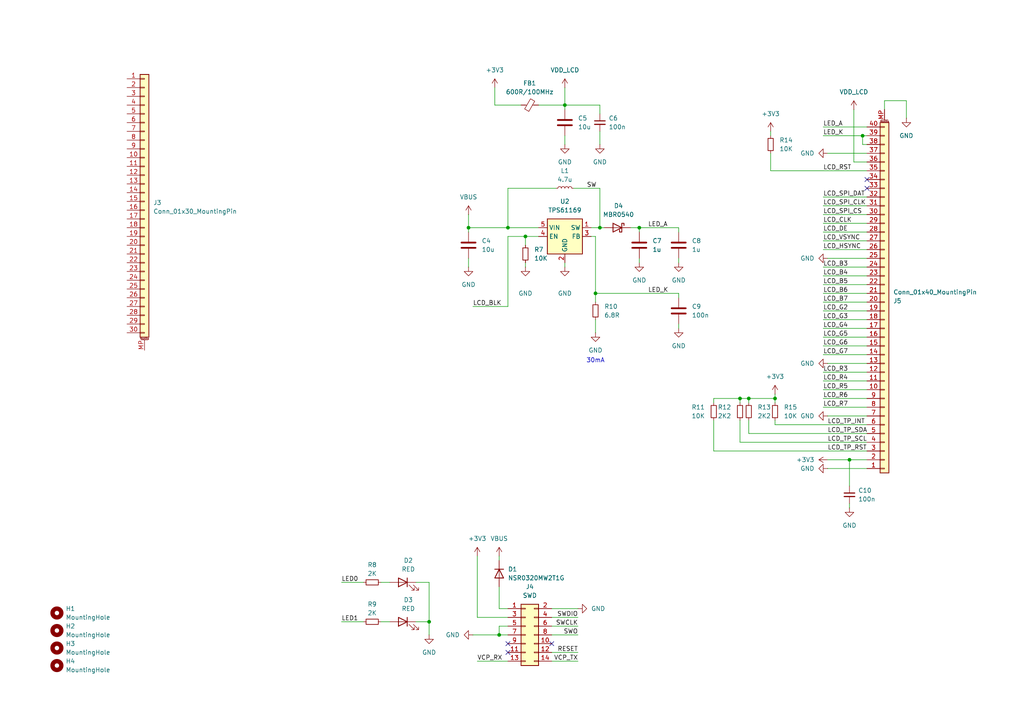
<source format=kicad_sch>
(kicad_sch (version 20231120) (generator "eeschema") (generator_version "8.0")
  (paper "A4")
  (junction (at 147.32 66.04))
  (junction (at -72.39 199.39))
  (junction (at 135.89 66.04))
  (junction (at 217.17 115.57))
  (junction (at 250.19 39.37))
  (junction (at 185.42 66.04))
  (junction (at -76.2 87.63))
  (junction (at 163.83 30.48))
  (junction (at -63.5 87.63))
  (junction (at -83.82 87.63))
  (junction (at 144.78 184.15))
  (junction (at 124.46 180.34))
  (junction (at 173.99 66.04))
  (junction (at 214.63 115.57))
  (junction (at 172.72 85.09))
  (junction (at 246.38 133.35))
  (junction (at -73.66 87.63))
  (junction (at 152.4 68.58))
  (junction (at 224.79 115.57))
  (no_connect (at 160.02 186.69))
  (no_connect (at 147.32 186.69))
  (no_connect (at 251.46 52.07))
  (no_connect (at 147.32 189.23))
  (no_connect (at 251.46 54.61))
  (wire (pts (xy -49.53 77.47) (xy -49.53 76.2)))
  (wire (pts (xy -48.26 177.8) (xy -57.15 177.8)))
  (wire (pts (xy 416.56 66.04) (xy 424.18 66.04)))
  (wire (pts (xy 143.51 30.48) (xy 151.13 30.48)))
  (wire (pts (xy 172.72 85.09) (xy 196.85 85.09)))
  (wire (pts (xy 138.43 191.77) (xy 147.32 191.77)))
  (wire (pts (xy 251.46 77.47) (xy 238.76 77.47)))
  (wire (pts (xy 238.76 67.31) (xy 251.46 67.31)))
  (wire (pts (xy 124.46 180.34) (xy 124.46 184.15)))
  (wire (pts (xy 152.4 68.58) (xy 152.4 71.12)))
  (wire (pts (xy 196.85 67.31) (xy 196.85 66.04)))
  (wire (pts (xy 240.03 120.65) (xy 251.46 120.65)))
  (wire (pts (xy 223.52 49.53) (xy 251.46 49.53)))
  (wire (pts (xy 214.63 128.27) (xy 251.46 128.27)))
  (bus (pts (xy 416.56 17.78) (xy 424.18 17.78)))
  (bus (pts (xy 416.56 15.24) (xy 424.18 15.24)))
  (wire (pts (xy 167.64 181.61) (xy 160.02 181.61)))
  (wire (pts (xy 251.46 115.57) (xy 238.76 115.57)))
  (wire (pts (xy 185.42 66.04) (xy 185.42 67.31)))
  (wire (pts (xy 238.76 72.39) (xy 251.46 72.39)))
  (wire (pts (xy 240.03 135.89) (xy 251.46 135.89)))
  (wire (pts (xy 207.01 121.92) (xy 207.01 130.81)))
  (wire (pts (xy 163.83 41.91) (xy 163.83 39.37)))
  (wire (pts (xy -43.18 187.96) (xy -43.18 185.42)))
  (wire (pts (xy -92.71 177.8) (xy -82.55 177.8)))
  (wire (pts (xy -83.82 88.9) (xy -83.82 87.63)))
  (wire (pts (xy -72.39 96.52) (xy -59.69 96.52)))
  (wire (pts (xy -59.69 109.22) (xy -63.5 109.22)))
  (wire (pts (xy 214.63 115.57) (xy 217.17 115.57)))
  (wire (pts (xy 144.78 161.29) (xy 144.78 162.56)))
  (wire (pts (xy 196.85 76.2) (xy 196.85 74.93)))
  (wire (pts (xy 147.32 66.04) (xy 156.21 66.04)))
  (wire (pts (xy 247.65 31.75) (xy 247.65 46.99)))
  (bus (pts (xy 353.06 19.05) (xy 363.22 19.05)))
  (wire (pts (xy 135.89 77.47) (xy 135.89 74.93)))
  (wire (pts (xy 147.32 68.58) (xy 152.4 68.58)))
  (wire (pts (xy 251.46 110.49) (xy 238.76 110.49)))
  (wire (pts (xy 163.83 30.48) (xy 163.83 25.4)))
  (wire (pts (xy -67.31 199.39) (xy -72.39 199.39)))
  (wire (pts (xy -63.5 104.14) (xy -59.69 104.14)))
  (wire (pts (xy 173.99 54.61) (xy 173.99 66.04)))
  (wire (pts (xy 353.06 31.75) (xy 363.22 31.75)))
  (wire (pts (xy 143.51 25.4) (xy 143.51 30.48)))
  (wire (pts (xy 144.78 176.53) (xy 147.32 176.53)))
  (wire (pts (xy -83.82 93.98) (xy -83.82 111.76)))
  (wire (pts (xy 120.65 180.34) (xy 124.46 180.34)))
  (wire (pts (xy 238.76 69.85) (xy 251.46 69.85)))
  (wire (pts (xy 196.85 66.04) (xy 185.42 66.04)))
  (wire (pts (xy 247.65 46.99) (xy 251.46 46.99)))
  (wire (pts (xy -76.2 101.6) (xy -59.69 101.6)))
  (wire (pts (xy 166.37 54.61) (xy 173.99 54.61)))
  (wire (pts (xy 238.76 36.83) (xy 251.46 36.83)))
  (wire (pts (xy 251.46 118.11) (xy 238.76 118.11)))
  (wire (pts (xy 251.46 80.01) (xy 238.76 80.01)))
  (wire (pts (xy 167.64 176.53) (xy 160.02 176.53)))
  (wire (pts (xy 251.46 41.91) (xy 250.19 41.91)))
  (wire (pts (xy 246.38 133.35) (xy 251.46 133.35)))
  (wire (pts (xy 353.06 34.29) (xy 363.22 34.29)))
  (wire (pts (xy 161.29 54.61) (xy 147.32 54.61)))
  (wire (pts (xy 251.46 102.87) (xy 238.76 102.87)))
  (wire (pts (xy 172.72 85.09) (xy 172.72 87.63)))
  (wire (pts (xy 173.99 30.48) (xy 163.83 30.48)))
  (wire (pts (xy 137.16 88.9) (xy 147.32 88.9)))
  (wire (pts (xy 240.03 74.93) (xy 251.46 74.93)))
  (wire (pts (xy 214.63 121.92) (xy 214.63 128.27)))
  (wire (pts (xy 416.56 24.13) (xy 424.18 24.13)))
  (wire (pts (xy 223.52 38.1) (xy 223.52 39.37)))
  (wire (pts (xy 172.72 68.58) (xy 172.72 85.09)))
  (wire (pts (xy 262.89 29.21) (xy 262.89 34.29)))
  (wire (pts (xy 251.46 92.71) (xy 238.76 92.71)))
  (wire (pts (xy -69.85 171.45) (xy -69.85 172.72)))
  (wire (pts (xy 251.46 113.03) (xy 238.76 113.03)))
  (wire (pts (xy 147.32 66.04) (xy 135.89 66.04)))
  (wire (pts (xy 246.38 147.32) (xy 246.38 146.05)))
  (wire (pts (xy 144.78 181.61) (xy 144.78 184.15)))
  (wire (pts (xy 156.21 68.58) (xy 152.4 68.58)))
  (wire (pts (xy 147.32 54.61) (xy 147.32 66.04)))
  (wire (pts (xy 416.56 44.45) (xy 424.18 44.45)))
  (wire (pts (xy -83.82 87.63) (xy -76.2 87.63)))
  (wire (pts (xy -80.01 166.37) (xy -80.01 163.83)))
  (wire (pts (xy 147.32 181.61) (xy 144.78 181.61)))
  (wire (pts (xy 99.06 168.91) (xy 105.41 168.91)))
  (wire (pts (xy 120.65 168.91) (xy 124.46 168.91)))
  (wire (pts (xy -73.66 99.06) (xy -59.69 99.06)))
  (wire (pts (xy -76.2 87.63) (xy -73.66 87.63)))
  (wire (pts (xy 416.56 34.29) (xy 424.18 34.29)))
  (wire (pts (xy 217.17 115.57) (xy 224.79 115.57)))
  (wire (pts (xy -88.9 187.96) (xy -82.55 187.96)))
  (wire (pts (xy -76.2 93.98) (xy -76.2 101.6)))
  (wire (pts (xy 173.99 66.04) (xy 171.45 66.04)))
  (wire (pts (xy -16.51 119.38) (xy -15.24 119.38)))
  (wire (pts (xy -72.39 203.2) (xy -72.39 199.39)))
  (wire (pts (xy 163.83 77.47) (xy 163.83 76.2)))
  (wire (pts (xy -72.39 199.39) (xy -72.39 198.12)))
  (wire (pts (xy -73.66 87.63) (xy -63.5 87.63)))
  (wire (pts (xy 171.45 68.58) (xy 172.72 68.58)))
  (wire (pts (xy 167.64 184.15) (xy 160.02 184.15)))
  (wire (pts (xy 138.43 179.07) (xy 147.32 179.07)))
  (wire (pts (xy 173.99 33.02) (xy 173.99 30.48)))
  (wire (pts (xy 262.89 29.21) (xy 256.54 29.21)))
  (wire (pts (xy -72.39 106.68) (xy -59.69 106.68)))
  (wire (pts (xy 110.49 180.34) (xy 113.03 180.34)))
  (wire (pts (xy 353.06 29.21) (xy 363.22 29.21)))
  (wire (pts (xy -63.5 86.36) (xy -63.5 87.63)))
  (wire (pts (xy -73.66 87.63) (xy -73.66 88.9)))
  (wire (pts (xy 240.03 133.35) (xy 246.38 133.35)))
  (wire (pts (xy 144.78 184.15) (xy 147.32 184.15)))
  (wire (pts (xy -91.44 93.98) (xy -91.44 119.38)))
  (wire (pts (xy 137.16 184.15) (xy 144.78 184.15)))
  (wire (pts (xy 147.32 68.58) (xy 147.32 88.9)))
  (wire (pts (xy 223.52 44.45) (xy 223.52 49.53)))
  (wire (pts (xy -83.82 111.76) (xy -59.69 111.76)))
  (wire (pts (xy 238.76 57.15) (xy 251.46 57.15)))
  (wire (pts (xy 124.46 168.91) (xy 124.46 180.34)))
  (wire (pts (xy -92.71 182.88) (xy -82.55 182.88)))
  (wire (pts (xy -63.5 87.63) (xy -63.5 104.14)))
  (wire (pts (xy 416.56 36.83) (xy 424.18 36.83)))
  (wire (pts (xy -91.44 88.9) (xy -91.44 87.63)))
  (wire (pts (xy 207.01 130.81) (xy 251.46 130.81)))
  (wire (pts (xy 240.03 44.45) (xy 251.46 44.45)))
  (wire (pts (xy 167.64 191.77) (xy 160.02 191.77)))
  (wire (pts (xy 251.46 97.79) (xy 238.76 97.79)))
  (wire (pts (xy 224.79 114.3) (xy 224.79 115.57)))
  (wire (pts (xy 135.89 62.23) (xy 135.89 66.04)))
  (wire (pts (xy 416.56 68.58) (xy 424.18 68.58)))
  (wire (pts (xy 353.06 26.67) (xy 363.22 26.67)))
  (wire (pts (xy -48.26 180.34) (xy -57.15 180.34)))
  (bus (pts (xy 416.56 72.39) (xy 424.18 72.39)))
  (wire (pts (xy 416.56 26.67) (xy 424.18 26.67)))
  (wire (pts (xy 240.03 105.41) (xy 251.46 105.41)))
  (bus (pts (xy 353.06 21.59) (xy 363.22 21.59)))
  (wire (pts (xy 238.76 62.23) (xy 251.46 62.23)))
  (wire (pts (xy 138.43 161.29) (xy 138.43 179.07)))
  (wire (pts (xy 135.89 66.04) (xy 135.89 67.31)))
  (wire (pts (xy 251.46 95.25) (xy 238.76 95.25)))
  (wire (pts (xy 185.42 66.04) (xy 182.88 66.04)))
  (wire (pts (xy 251.46 85.09) (xy 238.76 85.09)))
  (wire (pts (xy 173.99 41.91) (xy 173.99 38.1)))
  (wire (pts (xy 110.49 168.91) (xy 113.03 168.91)))
  (wire (pts (xy 251.46 107.95) (xy 238.76 107.95)))
  (wire (pts (xy 416.56 29.21) (xy 424.18 29.21)))
  (wire (pts (xy 172.72 92.71) (xy 172.72 96.52)))
  (wire (pts (xy -63.5 109.22) (xy -63.5 125.73)))
  (wire (pts (xy -102.87 187.96) (xy -93.98 187.96)))
  (wire (pts (xy -80.01 154.94) (xy -80.01 156.21)))
  (wire (pts (xy 224.79 121.92) (xy 224.79 123.19)))
  (wire (pts (xy -72.39 114.3) (xy -59.69 114.3)))
  (wire (pts (xy 238.76 64.77) (xy 251.46 64.77)))
  (wire (pts (xy -76.2 87.63) (xy -76.2 88.9)))
  (wire (pts (xy 416.56 41.91) (xy 424.18 41.91)))
  (wire (pts (xy 251.46 82.55) (xy 238.76 82.55)))
  (wire (pts (xy 251.46 90.17) (xy 238.76 90.17)))
  (wire (pts (xy 152.4 77.47) (xy 152.4 76.2)))
  (wire (pts (xy 167.64 189.23) (xy 160.02 189.23)))
  (wire (pts (xy -15.24 119.38) (xy -15.24 125.73)))
  (wire (pts (xy 238.76 59.69) (xy 251.46 59.69)))
  (wire (pts (xy 99.06 180.34) (xy 105.41 180.34)))
  (wire (pts (xy 238.76 39.37) (xy 250.19 39.37)))
  (wire (pts (xy -92.71 180.34) (xy -82.55 180.34)))
  (wire (pts (xy 250.19 41.91) (xy 250.19 39.37)))
  (wire (pts (xy 214.63 116.84) (xy 214.63 115.57)))
  (wire (pts (xy 416.56 31.75) (xy 424.18 31.75)))
  (wire (pts (xy 196.85 95.25) (xy 196.85 93.98)))
  (wire (pts (xy 217.17 115.57) (xy 217.17 116.84)))
  (wire (pts (xy 256.54 29.21) (xy 256.54 31.75)))
  (wire (pts (xy -91.44 119.38) (xy -59.69 119.38)))
  (wire (pts (xy 144.78 170.18) (xy 144.78 176.53)))
  (wire (pts (xy 163.83 30.48) (xy 163.83 31.75)))
  (wire (pts (xy 217.17 121.92) (xy 217.17 125.73)))
  (wire (pts (xy 217.17 125.73) (xy 251.46 125.73)))
  (wire (pts (xy 250.19 39.37) (xy 251.46 39.37)))
  (wire (pts (xy 207.01 116.84) (xy 207.01 115.57)))
  (bus (pts (xy 353.06 16.51) (xy 363.22 16.51)))
  (wire (pts (xy 251.46 87.63) (xy 238.76 87.63)))
  (wire (pts (xy -67.31 198.12) (xy -67.31 199.39)))
  (wire (pts (xy 185.42 76.2) (xy 185.42 74.93)))
  (wire (pts (xy 251.46 100.33) (xy 238.76 100.33)))
  (wire (pts (xy 167.64 179.07) (xy 160.02 179.07)))
  (wire (pts (xy -83.82 203.2) (xy -83.82 200.66)))
  (wire (pts (xy -83.82 190.5) (xy -82.55 190.5)))
  (wire (pts (xy -39.37 77.47) (xy -39.37 74.93)))
  (wire (pts (xy 416.56 46.99) (xy 424.18 46.99)))
  (wire (pts (xy -83.82 195.58) (xy -83.82 190.5)))
  (wire (pts (xy 207.01 115.57) (xy 214.63 115.57)))
  (wire (pts (xy -91.44 87.63) (xy -83.82 87.63)))
  (wire (pts (xy 224.79 115.57) (xy 224.79 116.84)))
  (wire (pts (xy -73.66 93.98) (xy -73.66 99.06)))
  (wire (pts (xy 246.38 133.35) (xy 246.38 140.97)))
  (wire (pts (xy -39.37 67.31) (xy -39.37 69.85)))
  (wire (pts (xy -49.53 67.31) (xy -49.53 68.58)))
  (wire (pts (xy 196.85 86.36) (xy 196.85 85.09)))
  (wire (pts (xy 156.21 30.48) (xy 163.83 30.48)))
  (wire (pts (xy 175.26 66.04) (xy 173.99 66.04)))
  (wire (pts (xy 416.56 49.53) (xy 424.18 49.53)))
  (wire (pts (xy 224.79 123.19) (xy 251.46 123.19)))
  (text "30mA" (at 172.72 104.648 0) (effects (font (size 1.27 1.27))))
  (label "LCD_CLK" (at 238.76 64.77 0))
  (label "LCD_TP_SCL" (at 240.03 128.27 0))
  (label "LCD_G3" (at 238.76 92.71 0))
  (label "LCD_SPI_CS" (at 238.76 62.23 0))
  (label "LED_K" (at 238.76 39.37 0))
  (label "I2S_WS" (at -92.71 182.88 0))
  (label "LCD_B3" (at 238.76 77.47 0))
  (label "LCD_G4" (at 238.76 95.25 0))
  (label "LCD_TP_RST" (at 240.03 130.81 0))
  (label "LCD_R7" (at 238.76 118.11 0))
  (label "LED_A" (at 238.76 36.83 0))
  (label "SWCLK" (at 167.64 181.61 180))
  (label "VCP_TX" (at 167.64 191.77 180))
  (label "DAT0" (at -72.39 111.76 0))
  (label "LED1" (at 99.06 180.34 0))
  (label "LCD_G7" (at 238.76 102.87 0))
  (label "LED_K" (at 187.96 85.09 0))
  (label "LCD_B5" (at 238.76 82.55 0))
  (label "I2S_SCLK" (at -92.71 180.34 0))
  (label "SWO" (at 167.64 184.15 180))
  (label "LED_A" (at 187.96 66.04 0))
  (label "LCD_R3" (at 238.76 107.95 0))
  (label "I2S_SDO" (at -92.71 177.8 0))
  (label "LCD_TP_INT" (at 240.03 123.19 0))
  (label "LCD_HSYNC" (at 238.76 72.39 0))
  (label "CLK" (at -72.39 106.68 0))
  (label "LCD_B4" (at 238.76 80.01 0))
  (label "DAT2" (at -72.39 96.52 0))
  (label "DAT3" (at -72.39 99.06 0))
  (label "VCP_RX" (at 138.43 191.77 0))
  (label "SWDIO" (at 167.64 179.07 180))
  (label "LCD_G5" (at 238.76 97.79 0))
  (label "LCD_G6" (at 238.76 100.33 0))
  (label "LCD_R4" (at 238.76 110.49 0))
  (label "LCD_RST" (at 238.76 49.53 0))
  (label "LED0" (at 99.06 168.91 0))
  (label "LCD_B6" (at 238.76 85.09 0))
  (label "~{SD_MODE}" (at -102.87 187.96 0))
  (label "LCD_TP_SDA" (at 240.03 125.73 0))
  (label "LCD_VSYNC" (at 238.76 69.85 0))
  (label "LCD_B7" (at 238.76 87.63 0))
  (label "LCD_R5" (at 238.76 113.03 0))
  (label "SW" (at 170.18 54.61 0))
  (label "SD_DET" (at -72.39 119.38 0))
  (label "LCD_DE" (at 238.76 67.31 0))
  (label "LCD_SPI_CLK" (at 238.76 59.69 0))
  (label "LCD_BLK" (at 137.16 88.9 0))
  (label "LCD_SPI_DAT" (at 238.76 57.15 0))
  (label "RESET" (at 167.64 189.23 180))
  (label "LCD_G2" (at 238.76 90.17 0))
  (label "CMD" (at -72.39 101.6 0))
  (label "LCD_R6" (at 238.76 115.57 0))
  (label "DAT1" (at -72.39 114.3 0))
  (symbol (lib_id "power:GND") (at 262.89 34.29 0) (unit 1)
    (property "Reference" "#PWR041" (effects (hide yes)))
    (property "Value" "GND" (at 262.89 39.37 0))
    (property "Description" "Power symbol creates a global label with name \"GND\" , ground" (effects (hide yes)))
  )
  (symbol (lib_id "power:+3V3") (at 143.51 25.4 0) (unit 1)
    (property "Reference" "#PWR018" (effects (hide yes)))
    (property "Value" "+3V3" (at 143.51 20.32 0))
    (property "Description" "Power symbol creates a global label with name \"+3V3\"" (effects (hide yes)))
  )
  (symbol (lib_id "power:GND") (at 246.38 147.32 0) (unit 1)
    (property "Reference" "#PWR039" (effects (hide yes)))
    (property "Value" "GND" (at 246.38 152.4 0))
    (property "Description" "Power symbol creates a global label with name \"GND\" , ground" (effects (hide yes)))
  )
  (symbol (lib_id "Device:C_Small") (at 173.99 35.56 0) (unit 1)
    (property "Reference" "C6" (at 176.53 34.2962 0) (effects (justify left)))
    (property "Value" "100n" (at 176.53 36.8362 0) (effects (justify left)))
    (property "Footprint" "Capacitor_SMD:C_0402_1005Metric" (effects (hide yes)))
    (property "Description" "Unpolarized capacitor, small symbol" (effects (hide yes)))
    (property "JLCPCB Part #" "C307331" (effects (hide yes)))
  )
  (symbol (lib_id "power:GND") (at 185.42 76.2 0) (unit 1)
    (property "Reference" "#PWR028" (effects (hide yes)))
    (property "Value" "GND" (at 185.42 81.28 0))
    (property "Description" "Power symbol creates a global label with name \"GND\" , ground" (effects (hide yes)))
  )
  (symbol (lib_id "Device:R_Small") (at 107.95 180.34 90) (unit 1)
    (property "Reference" "R9" (at 107.95 175.26 90))
    (property "Value" "2K" (at 107.95 177.8 90))
    (property "Footprint" "Resistor_SMD:R_0402_1005Metric" (effects (hide yes)))
    (property "Description" "Resistor, small symbol" (effects (hide yes)))
    (property "JLCPCB Part #" "C4109" (effects (hide yes)))
  )
  (symbol (lib_id "Mechanical:MountingHole") (at 16.51 187.96 0) (unit 1) (exclude_from_sim yes)
    (property "Reference" "H3" (at 19.05 186.6899 0) (effects (justify left)))
    (property "Value" "MountingHole" (at 19.05 189.2299 0) (effects (justify left)))
    (property "Footprint" "SMT-round-nut:SMTSO30xx" (effects (hide yes)))
    (property "Description" "Mounting Hole without connection" (effects (hide yes)))
    (property "JLCPCB Part #" "C2915636" (effects (hide yes)))
  )
  (symbol (lib_id "power:+3V3") (at 163.83 25.4 0) (unit 1)
    (property "Reference" "#PWR021" (effects (hide yes)))
    (property "Value" "VDD_LCD" (at 163.83 20.32 0))
    (property "Description" "Power symbol creates a global label with name \"+3V3\"" (effects (hide yes)))
  )
  (symbol (lib_id "power:GND") (at 240.03 44.45 270) (unit 1)
    (property "Reference" "#PWR033" (effects (hide yes)))
    (property "Value" "GND" (at 236.22 44.4499 90) (effects (justify right)))
    (property "Description" "Power symbol creates a global label with name \"GND\" , ground" (effects (hide yes)))
  )
  (symbol (lib_id "power:GND") (at 173.99 41.91 0) (unit 1)
    (property "Reference" "#PWR026" (effects (hide yes)))
    (property "Value" "GND" (at 173.99 46.99 0))
    (property "Description" "Power symbol creates a global label with name \"GND\" , ground" (effects (hide yes)))
  )
  (symbol (lib_id "Device:D") (at 144.78 166.37 270) (unit 1)
    (property "Reference" "D1" (at 147.32 165.0999 90) (effects (justify left)))
    (property "Value" "NSR0320MW2T1G" (at 147.32 167.6399 90) (effects (justify left)))
    (property "Footprint" "Diode_SMD:D_SOD-123" (effects (hide yes)))
    (property "Description" "Diode" (effects (hide yes)))
    (property "Sim.Device" "D" (effects (hide yes)))
    (property "Sim.Pins" "1=K 2=A" (effects (hide yes)))
    (property "JLCPCB Part #" "C48192" (effects (hide yes)))
  )
  (symbol (lib_id "Device:R_Small") (at 107.95 168.91 90) (unit 1)
    (property "Reference" "R8" (at 107.95 163.83 90))
    (property "Value" "2K" (at 107.95 166.37 90))
    (property "Footprint" "Resistor_SMD:R_0402_1005Metric" (effects (hide yes)))
    (property "Description" "Resistor, small symbol" (effects (hide yes)))
    (property "JLCPCB Part #" "C4109" (effects (hide yes)))
  )
  (symbol (lib_id "power:GND") (at 167.64 176.53 90) (mirror x) (unit 1)
    (property "Reference" "#PWR024" (effects (hide yes)))
    (property "Value" "GND" (at 171.45 176.5299 90) (effects (justify right)))
    (property "Description" "Power symbol creates a global label with name \"GND\" , ground" (effects (hide yes)))
  )
  (symbol (lib_id "power:GND") (at -80.01 166.37 0) (unit 1)
    (property "Reference" "#PWR03" (effects (hide yes)))
    (property "Value" "GND" (at -80.01 171.45 0))
    (property "Description" "Power symbol creates a global label with name \"GND\" , ground" (effects (hide yes)))
  )
  (symbol (lib_id "Device:C_Small") (at -39.37 72.39 0) (unit 1)
    (property "Reference" "C3" (at -36.83 71.1262 0) (effects (justify left)))
    (property "Value" "100n" (at -36.83 73.6662 0) (effects (justify left)))
    (property "Footprint" "Capacitor_SMD:C_0402_1005Metric" (effects (hide yes)))
    (property "Description" "Unpolarized capacitor, small symbol" (effects (hide yes)))
    (property "JLCPCB Part #" "C307331" (effects (hide yes)))
  )
  (symbol (lib_id "Device:R_Small") (at -76.2 91.44 0) (mirror y) (unit 1)
    (property "Reference" "R5" (at -78.74 90.1699 0) (effects (justify left)))
    (property "Value" "10K" (at -78.74 92.7099 0) (effects (justify left)))
    (property "Footprint" "Resistor_SMD:R_0402_1005Metric" (effects (hide yes)))
    (property "Description" "Resistor, small symbol" (effects (hide yes)))
    (property "JLCPCB Part #" "C25744" (effects (hide yes)))
  )
  (symbol (lib_id "Device:R_Small") (at -73.66 91.44 0) (unit 1)
    (property "Reference" "R6" (at -71.12 90.1699 0) (effects (justify left)))
    (property "Value" "10K" (at -71.12 92.7099 0) (effects (justify left)))
    (property "Footprint" "Resistor_SMD:R_0402_1005Metric" (effects (hide yes)))
    (property "Description" "Resistor, small symbol" (effects (hide yes)))
    (property "JLCPCB Part #" "C25744" (effects (hide yes)))
  )
  (symbol (lib_id "power:GND") (at -49.53 77.47 0) (unit 1)
    (property "Reference" "#PWR09" (effects (hide yes)))
    (property "Value" "GND" (at -49.53 82.55 0))
    (property "Description" "Power symbol creates a global label with name \"GND\" , ground" (effects (hide yes)))
  )
  (symbol (lib_id "power:+3V3") (at 223.52 38.1 0) (unit 1)
    (property "Reference" "#PWR031" (effects (hide yes)))
    (property "Value" "+3V3" (at 223.52 33.02 0))
    (property "Description" "Power symbol creates a global label with name \"+3V3\"" (effects (hide yes)))
  )
  (symbol (lib_id "power:+3V3") (at -63.5 86.36 0) (unit 1)
    (property "Reference" "#PWR06" (effects (hide yes)))
    (property "Value" "+3V3" (at -63.5 81.28 0))
    (property "Description" "Power symbol creates a global label with name \"+3V3\"" (effects (hide yes)))
  )
  (symbol (lib_id "power:GND") (at 137.16 184.15 270) (unit 1)
    (property "Reference" "#PWR016" (effects (hide yes)))
    (property "Value" "GND" (at 133.35 184.1499 90) (effects (justify right)))
    (property "Description" "Power symbol creates a global label with name \"GND\" , ground" (effects (hide yes)))
  )
  (symbol (lib_id "Device:C") (at -49.53 72.39 0) (unit 1)
    (property "Reference" "C2" (at -45.72 71.1199 0) (effects (justify left)))
    (property "Value" "1u" (at -45.72 73.6599 0) (effects (justify left)))
    (property "Footprint" "Capacitor_SMD:C_0603_1608Metric" (effects (hide yes)))
    (property "Description" "Unpolarized capacitor" (effects (hide yes)))
    (property "JLCPCB Part #" "C15849" (effects (hide yes)))
  )
  (symbol (lib_id "power:+3V3") (at -39.37 67.31 0) (unit 1)
    (property "Reference" "#PWR011" (effects (hide yes)))
    (property "Value" "+3V3" (at -39.37 62.23 0))
    (property "Description" "Power symbol creates a global label with name \"+3V3\"" (effects (hide yes)))
  )
  (symbol (lib_id "Regulator_Switching:TPS61040DBV") (at 163.83 68.58 0) (unit 1)
    (property "Reference" "U2" (at 163.83 58.42 0))
    (property "Value" "TPS61169" (at 163.83 60.96 0))
    (property "Footprint" "Package_TO_SOT_SMD:SOT-23-5" (effects (hide yes)))
    (property "Datasheet" "http://www.ti.com/lit/ds/symlink/tps61040.pdf" (effects (hide yes)))
    (property "Description" "Synchronous Boost Regulator, Adjustable Output up to 28V, 400 mA Switch Current Limit, SOT-23-5" (effects (hide yes)))
    (property "JLCPCB Part #" "C71045" (effects (hide yes)))
  )
  (symbol (lib_id "Device:R_Small") (at 207.01 119.38 0) (mirror y) (unit 1)
    (property "Reference" "R11" (at 204.47 118.1099 0) (effects (justify left)))
    (property "Value" "10K" (at 204.47 120.6499 0) (effects (justify left)))
    (property "Footprint" "Resistor_SMD:R_0402_1005Metric" (effects (hide yes)))
    (property "Description" "Resistor, small symbol" (effects (hide yes)))
    (property "JLCPCB Part #" "C25744" (effects (hide yes)))
  )
  (symbol (lib_id "power:GND") (at 152.4 77.47 0) (unit 1)
    (property "Reference" "#PWR020" (effects (hide yes)))
    (property "Value" "GND" (at 152.4 85.09 0))
    (property "Description" "Power symbol creates a global label with name \"GND\" , ground" (effects (hide yes)))
  )
  (symbol (lib_id "power:+3V3") (at 224.79 114.3 0) (unit 1)
    (property "Reference" "#PWR032" (effects (hide yes)))
    (property "Value" "+3V3" (at 224.79 109.22 0))
    (property "Description" "Power symbol creates a global label with name \"+3V3\"" (effects (hide yes)))
  )
  (symbol (lib_id "Connector_Generic_MountingPin:Conn_01x02_MountingPin") (at -43.18 177.8 0) (unit 1)
    (property "Reference" "J1" (at -39.37 178.1555 0) (effects (justify left)))
    (property "Value" "Conn_01x02_MountingPin" (at -39.37 180.6955 0) (effects (justify left)))
    (property "Footprint" "Connector_Hirose:Hirose_DF13C_CL535-0402-2-51_1x02-1MP_P1.25mm_Vertical" (effects (hide yes)))
    (property "Description" "Generic connectable mounting pin connector, single row, 01x02, script generated (kicad-library-utils/schlib/autogen/connector/)" (effects (hide yes)))
    (property "JLCPCB Part #" "C7419891 " (effects (hide yes)))
  )
  (symbol (lib_id "power:+3V3") (at -49.53 67.31 0) (unit 1)
    (property "Reference" "#PWR08" (effects (hide yes)))
    (property "Value" "+3V3" (at -49.53 62.23 0))
    (property "Description" "Power symbol creates a global label with name \"+3V3\"" (effects (hide yes)))
  )
  (symbol (lib_id "Device:C") (at -80.01 160.02 0) (unit 1)
    (property "Reference" "C1" (at -76.2 158.7499 0) (effects (justify left)))
    (property "Value" "10u" (at -76.2 161.2899 0) (effects (justify left)))
    (property "Footprint" "Capacitor_SMD:C_0805_2012Metric" (effects (hide yes)))
    (property "Description" "Unpolarized capacitor" (effects (hide yes)))
    (property "JLCPCB Part #" "C15850" (effects (hide yes)))
  )
  (symbol (lib_id "power:GND") (at 163.83 41.91 0) (unit 1)
    (property "Reference" "#PWR022" (effects (hide yes)))
    (property "Value" "GND" (at 163.83 46.99 0))
    (property "Description" "Power symbol creates a global label with name \"GND\" , ground" (effects (hide yes)))
  )
  (symbol (lib_id "Connector_Generic:Conn_02x07_Odd_Even") (at 152.4 184.15 0) (unit 1)
    (property "Reference" "J4" (at 153.67 170.18 0))
    (property "Value" "SWD" (at 153.67 172.72 0))
    (property "Footprint" "Connector_PinHeader_1.27mm:PinHeader_2x07_P1.27mm_Vertical_SMD" (effects (hide yes)))
    (property "Description" "Generic connector, double row, 02x07, odd/even pin numbering scheme (row 1 odd numbers, row 2 even numbers), script generated (kicad-library-utils/schlib/autogen/connector/)" (effects (hide yes)))
    (property "JLCPCB Part #" "C5160763C5160763 " (effects (hide yes)))
  )
  (symbol (lib_id "power:GND") (at 240.03 105.41 270) (unit 1)
    (property "Reference" "#PWR035" (effects (hide yes)))
    (property "Value" "GND" (at 236.22 105.4099 90) (effects (justify right)))
    (property "Description" "Power symbol creates a global label with name \"GND\" , ground" (effects (hide yes)))
  )
  (symbol (lib_id "power:GND") (at -63.5 125.73 0) (unit 1)
    (property "Reference" "#PWR07" (effects (hide yes)))
    (property "Value" "GND" (at -63.5 130.81 0))
    (property "Description" "Power symbol creates a global label with name \"GND\" , ground" (effects (hide yes)))
  )
  (symbol (lib_id "power:GND") (at 240.03 120.65 270) (unit 1)
    (property "Reference" "#PWR036" (effects (hide yes)))
    (property "Value" "GND" (at 236.22 120.6499 90) (effects (justify right)))
    (property "Description" "Power symbol creates a global label with name \"GND\" , ground" (effects (hide yes)))
  )
  (symbol (lib_id "power:GND") (at 240.03 135.89 270) (mirror x) (unit 1)
    (property "Reference" "#PWR038" (effects (hide yes)))
    (property "Value" "GND" (at 236.22 135.8901 90) (effects (justify right)))
    (property "Description" "Power symbol creates a global label with name \"GND\" , ground" (effects (hide yes)))
  )
  (symbol (lib_id "Diode:MBR0540") (at 179.07 66.04 0) (mirror y) (unit 1)
    (property "Reference" "D4" (at 179.3875 59.69 0))
    (property "Value" "MBR0540" (at 179.3875 62.23 0))
    (property "Footprint" "Diode_SMD:D_SOD-123" (effects (hide yes)))
    (property "Datasheet" "http://www.mccsemi.com/up_pdf/MBR0520~MBR0580(SOD123).pdf" (effects (hide yes)))
    (property "Description" "40V 0.5A Schottky Power Rectifier Diode, SOD-123" (effects (hide yes)))
    (property "JLCPCB Part #" "C7420330" (effects (hide yes)))
  )
  (symbol (lib_id "power:GND") (at 135.89 77.47 0) (unit 1)
    (property "Reference" "#PWR015" (effects (hide yes)))
    (property "Value" "GND" (at 135.89 82.55 0))
    (property "Description" "Power symbol creates a global label with name \"GND\" , ground" (effects (hide yes)))
  )
  (symbol (lib_id "Device:C") (at 196.85 90.17 0) (unit 1)
    (property "Reference" "C9" (at 200.66 88.8999 0) (effects (justify left)))
    (property "Value" "100n" (at 200.66 91.4399 0) (effects (justify left)))
    (property "Footprint" "Capacitor_SMD:C_0402_1005Metric" (effects (hide yes)))
    (property "Description" "Unpolarized capacitor" (effects (hide yes)))
    (property "JLCPCB Part #" "C307331" (effects (hide yes)))
  )
  (symbol (lib_id "Device:R_Small") (at -91.44 187.96 90) (mirror x) (unit 1)
    (property "Reference" "R2" (at -91.44 193.04 90))
    (property "Value" "1M" (at -91.44 190.5 90))
    (property "Footprint" "Resistor_SMD:R_0402_1005Metric" (effects (hide yes)))
    (property "Description" "Resistor, small symbol" (effects (hide yes)))
    (property "JLCPCB Part #" "C26083" (effects (hide yes)))
  )
  (symbol (lib_id "Device:L_Small") (at 163.83 54.61 90) (unit 1)
    (property "Reference" "L1" (at 163.83 49.53 90))
    (property "Value" "4.7u" (at 163.83 52.07 90))
    (property "Footprint" "Inductor_SMD:L_Abracon_ASPI-4030S" (effects (hide yes)))
    (property "Description" "Inductor, small symbol" (effects (hide yes)))
    (property "JLCPCB Part #" "C57269 " (effects (hide yes)))
  )
  (symbol (lib_id "Device:C") (at 163.83 35.56 0) (unit 1)
    (property "Reference" "C5" (at 167.64 34.2899 0) (effects (justify left)))
    (property "Value" "10u" (at 167.64 36.8299 0) (effects (justify left)))
    (property "Footprint" "Capacitor_SMD:C_0805_2012Metric" (effects (hide yes)))
    (property "Description" "Unpolarized capacitor" (effects (hide yes)))
    (property "JLCPCB Part #" "C15850" (effects (hide yes)))
  )
  (symbol (lib_id "Connector_Generic_MountingPin:Conn_01x40_MountingPin") (at 256.54 87.63 0) (mirror x) (unit 1)
    (property "Reference" "J5" (at 259.08 87.2745 0) (effects (justify left)))
    (property "Value" "Conn_01x40_MountingPin" (at 259.08 84.7345 0) (effects (justify left)))
    (property "Footprint" "Connector_FFC-FPC:Omron_XF2M-4015-1A_1x40-1MP_P0.5mm_Horizontal" (effects (hide yes)))
    (property "Description" "Generic connectable mounting pin connector, single row, 01x40, script generated (kicad-library-utils/schlib/autogen/connector/)" (effects (hide yes)))
    (property "JLCPCB Part #" "C225713 " (effects (hide yes)))
  )
  (symbol (lib_id "power:GND") (at 196.85 76.2 0) (unit 1)
    (property "Reference" "#PWR029" (effects (hide yes)))
    (property "Value" "GND" (at 196.85 81.28 0))
    (property "Description" "Power symbol creates a global label with name \"GND\" , ground" (effects (hide yes)))
  )
  (symbol (lib_id "Device:R_Small") (at -91.44 91.44 0) (mirror y) (unit 1)
    (property "Reference" "R1" (at -93.98 90.1699 0) (effects (justify left)))
    (property "Value" "10K" (at -93.98 92.7099 0) (effects (justify left)))
    (property "Footprint" "Resistor_SMD:R_0402_1005Metric" (effects (hide yes)))
    (property "Description" "Resistor, small symbol" (effects (hide yes)))
    (property "JLCPCB Part #" "C25744" (effects (hide yes)))
  )
  (symbol (lib_id "Connector:Micro_SD_Card_Det1") (at -36.83 106.68 0) (unit 1)
    (property "Reference" "J2" (at -36.195 85.09 0))
    (property "Value" "Micro_SD_Card_Det1" (at -36.195 87.63 0))
    (property "Footprint" "TF-115:SD-TF-115" (effects (hide yes)))
    (property "Datasheet" "https://datasheet.lcsc.com/lcsc/2110151630_XKB-Connectivity-XKTF-015-N_C381082.pdf" (effects (hide yes)))
    (property "Description" "Micro SD Card Socket with one card detection pin" (effects (hide yes)))
    (property "JLCPCB Part #" "C266621 " (effects (hide yes)))
  )
  (symbol (lib_id "power:VBUS") (at 135.89 62.23 0) (unit 1)
    (property "Reference" "#PWR014" (effects (hide yes)))
    (property "Value" "VBUS" (at 135.89 57.15 0))
    (property "Description" "Power symbol creates a global label with name \"VBUS\"" (effects (hide yes)))
  )
  (symbol (lib_id "Device:R_Small") (at 224.79 119.38 0) (unit 1)
    (property "Reference" "R15" (at 227.33 118.1099 0) (effects (justify left)))
    (property "Value" "10K" (at 227.33 120.6499 0) (effects (justify left)))
    (property "Footprint" "Resistor_SMD:R_0402_1005Metric" (effects (hide yes)))
    (property "Description" "Resistor, small symbol" (effects (hide yes)))
    (property "JLCPCB Part #" "C25744" (effects (hide yes)))
  )
  (symbol (lib_id "Audio:MAX98357A") (at -69.85 185.42 0) (unit 1)
    (property "Reference" "U1" (at -67.6559 170.18 0) (effects (justify left)))
    (property "Value" "MAX98357A" (at -67.6559 172.72 0) (effects (justify left)))
    (property "Footprint" "Package_DFN_QFN:TQFN-16-1EP_3x3mm_P0.5mm_EP1.23x1.23mm" (effects (hide yes)))
    (property "Datasheet" "https://www.analog.com/media/en/technical-documentation/data-sheets/MAX98357A-MAX98357B.pdf" (effects (hide yes)))
    (property "Description" "Mono DAC with amplifier, I2S, PCM, TDM, 32-bit, 96khz, 3.2W, TQFP-16" (effects (hide yes)))
    (property "JLCPCB Part #" "C910544" (effects (hide yes)))
  )
  (symbol (lib_id "Device:FerriteBead_Small") (at 153.67 30.48 90) (unit 1)
    (property "Reference" "FB1" (at 153.6319 24.13 90))
    (property "Value" "600R/100MHz" (at 153.6319 26.67 90))
    (property "Footprint" "Capacitor_SMD:C_0805_2012Metric" (effects (hide yes)))
    (property "Description" "Ferrite bead, small symbol" (effects (hide yes)))
    (property "JLCPCB Part #" "C1017 " (effects (hide yes)))
  )
  (symbol (lib_id "Device:C") (at 185.42 71.12 0) (unit 1)
    (property "Reference" "C7" (at 189.23 69.8499 0) (effects (justify left)))
    (property "Value" "1u" (at 189.23 72.3899 0) (effects (justify left)))
    (property "Footprint" "Capacitor_SMD:C_0603_1608Metric" (effects (hide yes)))
    (property "Description" "Unpolarized capacitor" (effects (hide yes)))
    (property "JLCPCB Part #" "C15849" (effects (hide yes)))
  )
  (symbol (lib_id "power:GND") (at 196.85 95.25 0) (unit 1)
    (property "Reference" "#PWR030" (effects (hide yes)))
    (property "Value" "GND" (at 196.85 100.33 0))
    (property "Description" "Power symbol creates a global label with name \"GND\" , ground" (effects (hide yes)))
  )
  (symbol (lib_id "power:+3V3") (at 240.03 133.35 90) (mirror x) (unit 1)
    (property "Reference" "#PWR037" (effects (hide yes)))
    (property "Value" "+3V3" (at 236.22 133.3501 90) (effects (justify left)))
    (property "Description" "Power symbol creates a global label with name \"+3V3\"" (effects (hide yes)))
  )
  (symbol (lib_id "power:GND") (at 172.72 96.52 0) (unit 1)
    (property "Reference" "#PWR025" (effects (hide yes)))
    (property "Value" "GND" (at 172.72 101.6 0))
    (property "Description" "Power symbol creates a global label with name \"GND\" , ground" (effects (hide yes)))
  )
  (symbol (lib_id "Device:R_Small") (at 223.52 41.91 0) (unit 1)
    (property "Reference" "R14" (at 226.06 40.6399 0) (effects (justify left)))
    (property "Value" "10K" (at 226.06 43.1799 0) (effects (justify left)))
    (property "Footprint" "Resistor_SMD:R_0402_1005Metric" (effects (hide yes)))
    (property "Description" "Resistor, small symbol" (effects (hide yes)))
    (property "JLCPCB Part #" "C25744" (effects (hide yes)))
  )
  (symbol (lib_id "power:GND") (at 124.46 184.15 0) (unit 1)
    (property "Reference" "#PWR027" (effects (hide yes)))
    (property "Value" "GND" (at 124.46 189.23 0))
    (property "Description" "Power symbol creates a global label with name \"GND\" , ground" (effects (hide yes)))
  )
  (symbol (lib_id "Device:R_Small") (at -83.82 91.44 0) (mirror y) (unit 1)
    (property "Reference" "R3" (at -86.36 90.1699 0) (effects (justify left)))
    (property "Value" "10K" (at -86.36 92.7099 0) (effects (justify left)))
    (property "Footprint" "Resistor_SMD:R_0402_1005Metric" (effects (hide yes)))
    (property "Description" "Resistor, small symbol" (effects (hide yes)))
    (property "JLCPCB Part #" "C25744" (effects (hide yes)))
  )
  (symbol (lib_id "power:GND") (at -43.18 187.96 0) (unit 1)
    (property "Reference" "#PWR010" (effects (hide yes)))
    (property "Value" "GND" (at -43.18 193.04 0))
    (property "Description" "Power symbol creates a global label with name \"GND\" , ground" (effects (hide yes)))
  )
  (symbol (lib_id "Device:R_Small") (at 152.4 73.66 0) (unit 1)
    (property "Reference" "R7" (at 154.94 72.3899 0) (effects (justify left)))
    (property "Value" "10K" (at 154.94 74.9299 0) (effects (justify left)))
    (property "Footprint" "Resistor_SMD:R_0402_1005Metric" (effects (hide yes)))
    (property "Description" "Resistor, small symbol" (effects (hide yes)))
    (property "JLCPCB Part #" "C25744" (effects (hide yes)))
  )
  (symbol (lib_id "power:+3V3") (at 138.43 161.29 0) (unit 1)
    (property "Reference" "#PWR017" (effects (hide yes)))
    (property "Value" "+3V3" (at 138.43 156.21 0))
    (property "Description" "Power symbol creates a global label with name \"+3V3\"" (effects (hide yes)))
  )
  (symbol (lib_id "Mechanical:MountingHole") (at 16.51 177.8 0) (unit 1) (exclude_from_sim yes)
    (property "Reference" "H1" (at 19.05 176.5299 0) (effects (justify left)))
    (property "Value" "MountingHole" (at 19.05 179.0699 0) (effects (justify left)))
    (property "Footprint" "SMT-round-nut:SMTSO30xx" (effects (hide yes)))
    (property "Description" "Mounting Hole without connection" (effects (hide yes)))
    (property "JLCPCB Part #" "C2915636" (effects (hide yes)))
  )
  (symbol (lib_id "Device:C") (at 135.89 71.12 0) (unit 1)
    (property "Reference" "C4" (at 139.7 69.8499 0) (effects (justify left)))
    (property "Value" "10u" (at 139.7 72.3899 0) (effects (justify left)))
    (property "Footprint" "Capacitor_SMD:C_0805_2012Metric" (effects (hide yes)))
    (property "Description" "Unpolarized capacitor" (effects (hide yes)))
    (property "JLCPCB Part #" "C15850" (effects (hide yes)))
  )
  (symbol (lib_id "power:GND") (at 240.03 74.93 270) (unit 1)
    (property "Reference" "#PWR034" (effects (hide yes)))
    (property "Value" "GND" (at 236.22 74.9299 90) (effects (justify right)))
    (property "Description" "Power symbol creates a global label with name \"GND\" , ground" (effects (hide yes)))
  )
  (symbol (lib_id "Device:C") (at 196.85 71.12 0) (unit 1)
    (property "Reference" "C8" (at 200.66 69.8499 0) (effects (justify left)))
    (property "Value" "1u" (at 200.66 72.3899 0) (effects (justify left)))
    (property "Footprint" "Capacitor_SMD:C_0603_1608Metric" (effects (hide yes)))
    (property "Description" "Unpolarized capacitor" (effects (hide yes)))
    (property "JLCPCB Part #" "C15849" (effects (hide yes)))
  )
  (symbol (lib_id "power:GND") (at -83.82 203.2 0) (unit 1)
    (property "Reference" "#PWR01" (effects (hide yes)))
    (property "Value" "GND" (at -83.82 208.28 0))
    (property "Description" "Power symbol creates a global label with name \"GND\" , ground" (effects (hide yes)))
  )
  (symbol (lib_id "power:VBUS") (at 144.78 161.29 0) (unit 1)
    (property "Reference" "#PWR019" (effects (hide yes)))
    (property "Value" "VBUS" (at 144.78 156.21 0))
    (property "Description" "Power symbol creates a global label with name \"VBUS\"" (effects (hide yes)))
  )
  (symbol (lib_id "Device:R_Small") (at 214.63 119.38 0) (mirror y) (unit 1)
    (property "Reference" "R12" (at 212.09 118.1099 0) (effects (justify left)))
    (property "Value" "2K2" (at 212.09 120.6499 0) (effects (justify left)))
    (property "Footprint" "Resistor_SMD:R_0402_1005Metric" (effects (hide yes)))
    (property "Description" "Resistor, small symbol" (effects (hide yes)))
    (property "JLCPCB Part #" "C25879" (effects (hide yes)))
  )
  (symbol (lib_id "power:GND") (at 163.83 77.47 0) (unit 1)
    (property "Reference" "#PWR023" (effects (hide yes)))
    (property "Value" "GND" (at 163.83 85.09 0))
    (property "Description" "Power symbol creates a global label with name \"GND\" , ground" (effects (hide yes)))
  )
  (symbol (lib_id "Device:R_Small") (at 217.17 119.38 0) (unit 1)
    (property "Reference" "R13" (at 219.71 118.1099 0) (effects (justify left)))
    (property "Value" "2K2" (at 219.71 120.6499 0) (effects (justify left)))
    (property "Footprint" "Resistor_SMD:R_0402_1005Metric" (effects (hide yes)))
    (property "Description" "Resistor, small symbol" (effects (hide yes)))
    (property "JLCPCB Part #" "C25879" (effects (hide yes)))
  )
  (symbol (lib_id "Device:R_Small") (at 172.72 90.17 0) (unit 1)
    (property "Reference" "R10" (at 175.26 88.8999 0) (effects (justify left)))
    (property "Value" "6.8R" (at 175.26 91.4399 0) (effects (justify left)))
    (property "Footprint" "Resistor_SMD:R_0603_1608Metric" (effects (hide yes)))
    (property "Description" "Resistor, small symbol" (effects (hide yes)))
    (property "JLCPCB Part #" "C228038" (effects (hide yes)))
  )
  (symbol (lib_id "power:GND") (at -72.39 203.2 0) (unit 1)
    (property "Reference" "#PWR04" (effects (hide yes)))
    (property "Value" "GND" (at -72.39 208.28 0))
    (property "Description" "Power symbol creates a global label with name \"GND\" , ground" (effects (hide yes)))
  )
  (symbol (lib_id "Connector_Generic_MountingPin:Conn_01x30_MountingPin") (at 41.91 58.42 0) (unit 1)
    (property "Reference" "J3" (at 44.45 58.7755 0) (effects (justify left)))
    (property "Value" "Conn_01x30_MountingPin" (at 44.45 61.3155 0) (effects (justify left)))
    (property "Footprint" "Connector_FFC-FPC:Hirose_FH12-30S-0.5SH_1x30-1MP_P0.50mm_Horizontal" (effects (hide yes)))
    (property "Description" "Generic connectable mounting pin connector, single row, 01x30, script generated (kicad-library-utils/schlib/autogen/connector/)" (effects (hide yes)))
  )
  (symbol (lib_id "Mechanical:MountingHole") (at 16.51 193.04 0) (unit 1) (exclude_from_sim yes)
    (property "Reference" "H4" (at 19.05 191.7699 0) (effects (justify left)))
    (property "Value" "MountingHole" (at 19.05 194.3099 0) (effects (justify left)))
    (property "Footprint" "SMT-round-nut:SMTSO30xx" (effects (hide yes)))
    (property "Description" "Mounting Hole without connection" (effects (hide yes)))
    (property "JLCPCB Part #" "C2915636" (effects (hide yes)))
  )
  (symbol (lib_id "power:VBUS") (at -69.85 171.45 0) (unit 1)
    (property "Reference" "#PWR05" (effects (hide yes)))
    (property "Value" "VBUS" (at -69.85 166.37 0))
    (property "Description" "Power symbol creates a global label with name \"VBUS\"" (effects (hide yes)))
  )
  (symbol (lib_id "power:+3V3") (at 247.65 31.75 0) (unit 1)
    (property "Reference" "#PWR040" (effects (hide yes)))
    (property "Value" "VDD_LCD" (at 247.65 26.67 0))
    (property "Description" "Power symbol creates a global label with name \"+3V3\"" (effects (hide yes)))
  )
  (symbol (lib_id "Device:LED") (at 116.84 180.34 0) (mirror y) (unit 1)
    (property "Reference" "D3" (at 118.4275 173.99 0))
    (property "Value" "RED" (at 118.4275 176.53 0))
    (property "Footprint" "LED_SMD:LED_0805_2012Metric" (effects (hide yes)))
    (property "Description" "Light emitting diode" (effects (hide yes)))
    (property "JLCPCB Part #" "C84256 " (effects (hide yes)))
  )
  (symbol (lib_id "Device:LED") (at 116.84 168.91 0) (mirror y) (unit 1)
    (property "Reference" "D2" (at 118.4275 162.56 0))
    (property "Value" "RED" (at 118.4275 165.1 0))
    (property "Footprint" "LED_SMD:LED_0805_2012Metric" (effects (hide yes)))
    (property "Description" "Light emitting diode" (effects (hide yes)))
    (property "JLCPCB Part #" "C84256 " (effects (hide yes)))
  )
  (symbol (lib_id "Device:R_Small") (at -83.82 198.12 0) (mirror y) (unit 1)
    (property "Reference" "R4" (at -87.63 196.8499 0) (effects (justify left)))
    (property "Value" "100K" (at -87.63 199.3899 0) (effects (justify left)))
    (property "Footprint" "Resistor_SMD:R_0402_1005Metric" (effects (hide yes)))
    (property "Description" "Resistor, small symbol" (effects (hide yes)))
    (property "JLCPCB Part #" "C25741" (effects (hide yes)))
  )
  (symbol (lib_id "Device:C_Small") (at 246.38 143.51 0) (unit 1)
    (property "Reference" "C10" (at 248.92 142.2462 0) (effects (justify left)))
    (property "Value" "100n" (at 248.92 144.7862 0) (effects (justify left)))
    (property "Footprint" "Capacitor_SMD:C_0402_1005Metric" (effects (hide yes)))
    (property "Description" "Unpolarized capacitor, small symbol" (effects (hide yes)))
    (property "JLCPCB Part #" "C307331" (effects (hide yes)))
  )
  (symbol (lib_id "Mechanical:MountingHole") (at 16.51 182.88 0) (unit 1) (exclude_from_sim yes)
    (property "Reference" "H2" (at 19.05 181.6099 0) (effects (justify left)))
    (property "Value" "MountingHole" (at 19.05 184.1499 0) (effects (justify left)))
    (property "Footprint" "SMT-round-nut:SMTSO30xx" (effects (hide yes)))
    (property "Description" "Mounting Hole without connection" (effects (hide yes)))
    (property "JLCPCB Part #" "C2915636" (effects (hide yes)))
  )
  (symbol (lib_id "power:GND") (at -39.37 77.47 0) (unit 1)
    (property "Reference" "#PWR012" (effects (hide yes)))
    (property "Value" "GND" (at -39.37 82.55 0))
    (property "Description" "Power symbol creates a global label with name \"GND\" , ground" (effects (hide yes)))
  )
  (symbol (lib_id "power:GND") (at -15.24 125.73 0) (unit 1)
    (property "Reference" "#PWR013" (effects (hide yes)))
    (property "Value" "GND" (at -15.24 130.81 0))
    (property "Description" "Power symbol creates a global label with name \"GND\" , ground" (effects (hide yes)))
  )
  (symbol (lib_id "power:VBUS") (at -80.01 154.94 0) (unit 1)
    (property "Reference" "#PWR02" (effects (hide yes)))
    (property "Value" "VBUS" (at -80.01 149.86 0))
    (property "Description" "Power symbol creates a global label with name \"VBUS\"" (effects (hide yes)))
  )
  (sheet (at 314.96 46.99) (size 38.1 15.24) (stroke (width 0.1524))
    (property "Sheetname" "USB_POWER" (at 314.96 46.2784 0) (effects (justify left bottom)))
    (property "Sheetfile" "usb_power.kicad_sch" (at 314.96 62.8146 0) (effects (justify left top)))
    (pin "D+" bidirectional (at 353.06 53.34 0))
    (pin "D-" bidirectional (at 353.06 55.88 0))
  )
  (sheet (at 424.18 87.63) (size 33.02 10.16) (stroke (width 0.1524))
    (property "Sheetname" "EEPROM" (at 424.18 86.9184 0) (effects (justify left bottom)))
    (property "Sheetfile" "24C256.kicad_sch" (at 424.18 98.3746 0) (effects (justify left top)))
    (pin "EE_SDA" bidirectional (at 424.18 91.44 180))
    (pin "EE_SCL" bidirectional (at 424.18 93.98 180))
  )
  (sheet (at 314.96 11.43) (size 38.1 27.94) (stroke (width 0.1524))
    (property "Sheetname" "LCD" (at 314.96 10.7184 0) (effects (justify left bottom)))
    (property "Sheetfile" "LCD-ST77xx-standard.kicad_sch" (at 314.96 39.9546 0) (effects (justify left top)))
    (pin "LCD_B[3..7]" input (at 353.06 21.59 0))
    (pin "LCD_DE" input (at 353.06 29.21 0))
    (pin "LCD_HSYNC" input (at 353.06 31.75 0))
    (pin "LCD_PCLK" input (at 353.06 26.67 0))
    (pin "LCD_VSYNC" input (at 353.06 34.29 0))
    (pin "LCD_R[3..7]" input (at 353.06 16.51 0))
    (pin "LCD_G[2..7]" input (at 353.06 19.05 0))
  )
  (sheet (at 424.18 60.96) (size 33.02 16.51) (stroke (width 0.1524))
    (property "Sheetname" "NOR-FLASH" (at 424.18 60.2484 0) (effects (justify left bottom)))
    (property "Sheetfile" "W25Q512.kicad_sch" (at 424.18 78.0546 0) (effects (justify left top)))
    (pin "NOR_CLK" input (at 424.18 68.58 180))
    (pin "~{NOR_CS}" input (at 424.18 66.04 180))
    (pin "QSPI_D[0..3]" bidirectional (at 424.18 72.39 180))
  )
  (sheet (at 424.18 11.43) (size 33.02 41.91) (stroke (width 0.1524))
    (property "Sheetname" "SDRAM" (at 424.18 10.7184 0) (effects (justify left bottom)))
    (property "Sheetfile" "IS42S16160J-7TL.kicad_sch" (at 424.18 53.9246 0) (effects (justify left top)))
    (pin "SDRAM_BA0" input (at 424.18 46.99 180))
    (pin "SDRAM_BA1" input (at 424.18 49.53 180))
    (pin "SDRAM_DQ[0..15]" bidirectional (at 424.18 15.24 180))
    (pin "SDRAM_ADD[0..12]" input (at 424.18 17.78 180))
    (pin "~{SDRAM_CS}" input (at 424.18 24.13 180))
    (pin "SDRAM_CKE" input (at 424.18 26.67 180))
    (pin "~{SDRAM_WE}" input (at 424.18 31.75 180))
    (pin "SDRAM_UDQM" input (at 424.18 44.45 180))
    (pin "SDRAM_CLK" input (at 424.18 29.21 180))
    (pin "~{SDRAM_CAS}" input (at 424.18 34.29 180))
    (pin "~{SDRAM_RAS}" input (at 424.18 36.83 180))
    (pin "SDRAM_LDQM" input (at 424.18 41.91 180))
  )
  (sheet (at 363.22 11.43) (size 53.34 153.67) (stroke (width 0.1524))
    (property "Sheetname" "MCU" (at 363.22 10.7184 0) (effects (justify left bottom)))
    (property "Sheetfile" "STM32H743IITx.kicad_sch" (at 363.22 165.6846 0) (effects (justify left top)))
    (pin "SD_CMD" output (at 363.22 64.77 180))
    (pin "~{SDRAM_WE}" output (at 416.56 31.75 0))
    (pin "LCD_SPI_DC" output (at 363.22 69.85 180))
    (pin "LCD_SPI_SCK" output (at 363.22 72.39 180))
    (pin "LCD_SPI_MISO" input (at 363.22 74.93 180))
    (pin "I2S3_WS" output (at 363.22 77.47 180))
    (pin "DBG_SWO" output (at 363.22 80.01 180))
    (pin "QUADSPI_BK1_NCS" output (at 416.56 66.04 0))
    (pin "LCD_TP_SDA" bidirectional (at 363.22 82.55 180))
    (pin "LCD_SPI_MOSI" output (at 363.22 85.09 180))
    (pin "LCD_TP_SCL" output (at 363.22 87.63 180))
    (pin "SD_DAT3" bidirectional (at 363.22 90.17 180))
    (pin "I2S2_WS" output (at 363.22 92.71 180))
    (pin "I2S2_CK" output (at 363.22 95.25 180))
    (pin "I2S3_SD_MODE" output (at 363.22 97.79 180))
    (pin "SD_CLK" output (at 416.56 123.19 0))
    (pin "SDRAM_CKE" output (at 416.56 26.67 0))
    (pin "SD_DAT1" bidirectional (at 363.22 105.41 180))
    (pin "SD_DAT0" bidirectional (at 363.22 107.95 180))
    (pin "~{SDRAM_CS}" output (at 416.56 24.13 0))
    (pin "DBG_SWCLK" input (at 363.22 113.03 180))
    (pin "DBG_SWDIO" bidirectional (at 363.22 115.57 180))
    (pin "QUADSPI_CLK" output (at 416.56 68.58 0))
    (pin "USB_D+" bidirectional (at 363.22 120.65 180))
    (pin "USB_D-" bidirectional (at 363.22 123.19 180))
    (pin "LCD_BLK" output (at 363.22 125.73 180))
    (pin "LCD_DISP" output (at 363.22 128.27 180))
    (pin "LCD_CS" output (at 363.22 130.81 180))
    (pin "LCD_SDA" bidirectional (at 363.22 133.35 180))
    (pin "LCD_SCL" output (at 363.22 135.89 180))
    (pin "~{SDRAM_CAS}" output (at 416.56 34.29 0))
    (pin "~{SDRAM_RAS}" output (at 416.56 36.83 0))
    (pin "SDRAM_CLK" output (at 416.56 29.21 0))
    (pin "LCD_SPI_DAT" bidirectional (at 363.22 146.05 180))
    (pin "SD_DET" input (at 363.22 148.59 180))
    (pin "SDRAM_UDQM" output (at 416.56 44.45 0))
    (pin "LCD_SPI_CLK" output (at 363.22 153.67 180))
    (pin "QUADSPI_BK1_IO[0..3]" bidirectional (at 416.56 72.39 0))
    (pin "SDRAM_BA1" output (at 416.56 49.53 0))
    (pin "LTDC_DE" output (at 363.22 29.21 180))
    (pin "LTDC_CLK" output (at 363.22 26.67 180))
    (pin "LTDC_HSYNC" output (at 363.22 31.75 180))
    (pin "LTDC_VSYNC" output (at 363.22 34.29 180))
    (pin "DCMI_D[0..7]" bidirectional (at 363.22 41.91 180))
    (pin "SDRAM_ADD[0..12]" output (at 416.56 17.78 0))
    (pin "SDRAM_LDQM" output (at 416.56 41.91 0))
    (pin "SDRAM_DQ[0..15]" bidirectional (at 416.56 15.24 0))
    (pin "SDRAM_BA0" output (at 416.56 46.99 0))
    (pin "SD_DAT2" bidirectional (at 416.56 120.65 0))
    (pin "DBG_RX" input (at 416.56 118.11 0))
    (pin "LCD_TP_RST" output (at 416.56 115.57 0))
    (pin "DBG_TX" output (at 416.56 113.03 0))
    (pin "LCD_SPI_RESET" output (at 416.56 110.49 0))
    (pin "LCD_TP_INT" input (at 416.56 107.95 0))
    (pin "USART6_TX" output (at 416.56 125.73 0))
    (pin "I2S3_CK" output (at 416.56 128.27 0))
    (pin "I2S3_SDO" output (at 416.56 130.81 0))
    (pin "USART6_RX" input (at 416.56 133.35 0))
    (pin "VBUS_EN" output (at 416.56 137.16 0))
    (pin "EE_SDA" bidirectional (at 416.56 91.44 0))
    (pin "DCMI_HSYNC" output (at 416.56 142.24 0))
    (pin "EE_SCL" output (at 416.56 93.98 0))
    (pin "DBG_NRST" input (at 416.56 147.32 0))
    (pin "I2S2_DIN" output (at 416.56 149.86 0))
    (pin "LCD_SPI_CS" output (at 416.56 152.4 0))
    (pin "DCMI_VSYNC" output (at 416.56 154.94 0))
    (pin "DO" output (at 416.56 157.48 0))
    (pin "LTDC_G[2..7]" output (at 363.22 19.05 180))
    (pin "LTDC_B[3..7]" output (at 363.22 21.59 180))
    (pin "LTDC_R[3..7]" output (at 363.22 16.51 180))
  )
)
</source>
